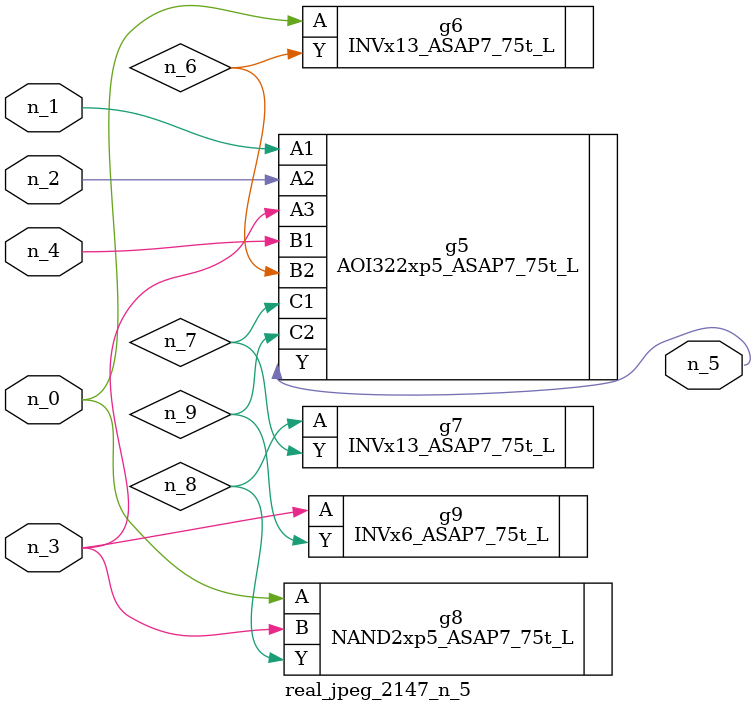
<source format=v>
module real_jpeg_2147_n_5 (n_4, n_0, n_1, n_2, n_3, n_5);

input n_4;
input n_0;
input n_1;
input n_2;
input n_3;

output n_5;

wire n_8;
wire n_6;
wire n_7;
wire n_9;

INVx13_ASAP7_75t_L g6 ( 
.A(n_0),
.Y(n_6)
);

NAND2xp5_ASAP7_75t_L g8 ( 
.A(n_0),
.B(n_3),
.Y(n_8)
);

AOI322xp5_ASAP7_75t_L g5 ( 
.A1(n_1),
.A2(n_2),
.A3(n_3),
.B1(n_4),
.B2(n_6),
.C1(n_7),
.C2(n_9),
.Y(n_5)
);

INVx6_ASAP7_75t_L g9 ( 
.A(n_3),
.Y(n_9)
);

INVx13_ASAP7_75t_L g7 ( 
.A(n_8),
.Y(n_7)
);


endmodule
</source>
